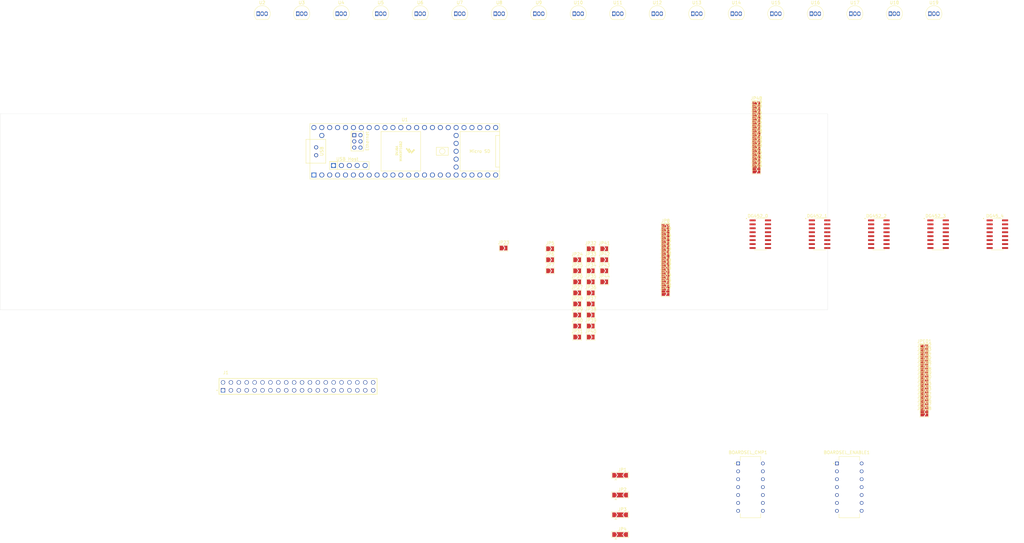
<source format=kicad_pcb>
(kicad_pcb (version 20240108) (generator "pcbnew") (generator_version "8.0")
  (layers (0 "F.Cu" signal) (31 "B.Cu" signal) (34 "B.Paste" user) (35 "F.Paste" user) (36 "B.SilkS" user "B.Silkscreen") (37 "F.SilkS" user "F.Silkscreen") (38 "B.Mask" user) (39 "F.Mask" user) (44 "Edge.Cuts" user))
  (net 0 "")
  (net 1 "Net-(BOARDSEL_CMP1-2Y)")
  (net 2 "Net-(BOARDSEL_CMP1-3B)")
  (net 3 "Net-(BOARDSEL_CMP1-4A)")
  (net 4 "Net-(BOARDSEL_CMP1-2A)")
  (net 5 "Net-(BOARDSEL_CMP1-4B)")
  (net 6 "Net-(BOARDSEL_CMP1-1A)")
  (net 7 "Net-(BOARDSEL_CMP1-4Y)")
  (net 8 "Net-(BOARDSEL_CMP1-3Y)")
  (net 9 "Net-(BOARDSEL_CMP1-1Y)")
  (net 10 "Net-(BOARDSEL_CMP1-1B)")
  (net 11 "Net-(BOARDSEL_CMP1-2B)")
  (net 12 "GND")
  (net 13 "Net-(BOARDSEL_CMP1-VCC)")
  (net 14 "Net-(BOARDSEL_CMP1-3A)")
  (net 15 "Net-(BOARDSEL_ENABLE1-1Y)")
  (net 21 "Net-(DG45_4-S_4)")
  (net 22 "Net-(DG45_4-S_1)")
  (net 25 "Net-(DG45_4-D_4)")
  (net 26 "Net-(DG45_4-D_1)")
  (net 29 "Net-(DG452_0-D_1)")
  (net 30 "Net-(DG452_0-D_2)")
  (net 31 "Net-(DG452_0-D_3)")
  (net 32 "Net-(DG452_0-D_4)")
  (net 33 "Net-(DG452_0-S_3)")
  (net 34 "Net-(DG452_0-S_4)")
  (net 35 "Net-(DG452_0-S_1)")
  (net 36 "Net-(DG452_0-S_2)")
  (net 37 "Net-(DG452_1-D_1)")
  (net 38 "Net-(DG452_1-D_2)")
  (net 39 "Net-(DG452_1-S_3)")
  (net 40 "Net-(DG452_1-D_4)")
  (net 41 "Net-(DG452_1-S_1)")
  (net 42 "Net-(DG452_1-S_2)")
  (net 43 "Net-(DG452_1-S_4)")
  (net 44 "Net-(DG452_1-D_3)")
  (net 45 "Net-(DG452_2-S_4)")
  (net 46 "Net-(DG452_2-D_3)")
  (net 47 "Net-(DG452_2-S_3)")
  (net 48 "Net-(DG452_2-S_2)")
  (net 49 "Net-(DG452_2-D_4)")
  (net 50 "Net-(DG452_2-S_1)")
  (net 51 "Net-(DG452_2-D_1)")
  (net 52 "Net-(DG452_2-D_2)")
  (net 53 "Net-(DG452_3-D_2)")
  (net 54 "Net-(DG452_3-S_2)")
  (net 55 "Net-(DG452_3-D_1)")
  (net 56 "Net-(DG452_3-S_3)")
  (net 57 "Net-(DG452_3-S_4)")
  (net 58 "Net-(DG452_3-D_3)")
  (net 59 "Net-(DG452_3-D_4)")
  (net 60 "Net-(DG452_3-S_1)")
  (net 61 "Net-(JP13-A)")
  (net 62 "Net-(JP18-A)")
  (net 68 "Net-(JP19-A)")
  (net 69 "Net-(JP22-A)")
  (net 71 "Net-(JP17-A)")
  (net 72 "Net-(JP27-A)")
  (net 73 "Net-(JP12-A)")
  (net 77 "Net-(JP15-A)")
  (net 78 "Net-(JP21-A)")
  (net 79 "Net-(JP20-A)")
  (net 80 "Net-(JP43-A)")
  (net 82 "Net-(JP11-A)")
  (net 84 "Net-(JP14-A)")
  (net 86 "Net-(JP41-A)")
  (net 87 "Net-(JP23-A)")
  (net 89 "Net-(JP16-A)")
  (net 90 "Net-(JP10-A)")
  (net 92 "Net-(JP44-A)")
  (net 94 "Net-(JP42-A)")
  (net 101 "Net-(JP65-A)")
  (net 102 "Net-(JP64-A)")
  (net 103 "Net-(JP10-B)")
  (net 104 "Net-(JP11-B)")
  (net 105 "Net-(JP12-B)")
  (net 106 "Net-(JP13-B)")
  (net 107 "Net-(JP14-B)")
  (net 108 "Net-(JP15-B)")
  (net 109 "Net-(JP16-B)")
  (net 110 "Net-(JP17-B)")
  (net 111 "Net-(JP18-B)")
  (net 112 "Net-(JP19-B)")
  (net 113 "Net-(JP20-B)")
  (net 114 "Net-(JP21-B)")
  (net 115 "Net-(JP22-B)")
  (net 116 "Net-(JP23-B)")
  (net 123 "Net-(JP45-B)")
  (net 124 "Net-(JP46-B)")
  (net 125 "Net-(JP47-B)")
  (net 168 "Net-(JP9-A)")
  (net 169 "Net-(JP46-A)")
  (net 170 "Net-(JP8-A)")
  (net 171 "Net-(JP47-A)")
  (net 172 "Net-(JP45-A)")
  (footprint "Jumper:SolderJumper-2_P1.3mm_Open_TrianglePad1.0x1.5mm" (layer "F.Cu") (at 131.615 111.185)
    (property "Reference" "JP26")
    (property "Value" "SolderJumper_2_Open")
  )
  (footprint "Package_TO_SOT_THT:TO-92_Inline" (layer "F.Cu") (at 206.9 25)
    (property "Reference" "U16")
    (property "Value" "DRV5055A1xLPGxQ1")
  )
  (footprint "Jumper:SolderJumper-2_P1.3mm_Open_TrianglePad1.0x1.5mm" (layer "F.Cu") (at 135.965 111.185)
    (property "Reference" "JP35")
    (property "Value" "SolderJumper_2_Open")
  )
  (footprint "Jumper:SolderJumper-2_P1.3mm_Open_TrianglePad1.0x1.5mm" (layer "F.Cu") (at 243.205 132.08)
    (property "Reference" "JPE01")
    (property "Value" "SolderJumper_2_Open")
  )
  (footprint "mine:DIP794W45P254L1969H508Q14" (layer "F.Cu") (at 219.075 177.165)
    (property "Reference" "BOARDSEL_ENABLE1")
    (property "Value" "SN74HCT21N")
  )
  (footprint "Jumper:SolderJumper-2_P1.3mm_Open_TrianglePad1.0x1.5mm" (layer "F.Cu") (at 243.205 149.86)
    (property "Reference" "JPE15")
    (property "Value" "SolderJumper_2_Open")
  )
  (footprint "mine:SOIC127P600X175-16N" (layer "F.Cu") (at 190.475 95.865)
    (property "Reference" "DG452_0")
    (property "Value" "~")
  )
  (footprint "Jumper:SolderJumper-2_P1.3mm_Open_TrianglePad1.0x1.5mm" (layer "F.Cu") (at 243.205 147.32)
    (property "Reference" "JPE13")
    (property "Value" "SolderJumper_2_Open")
  )
  (footprint "Jumper:SolderJumper-2_P1.3mm_Open_TrianglePad1.0x1.5mm" (layer "F.Cu") (at 122.915 104.085)
    (property "Reference" "JP6")
    (property "Value" "SolderJumper_2_Open")
  )
  (footprint "Package_TO_SOT_THT:TO-92_Inline" (layer "F.Cu") (at 168.795 25)
    (property "Reference" "U13")
    (property "Value" "DRV5055A1xLPGxQ1")
  )
  (footprint "Jumper:SolderJumper-2_P1.3mm_Open_TrianglePad1.0x1.5mm" (layer "F.Cu") (at 160.02 108.585)
    (property "Reference" "JP20")
    (property "Value" "SolderJumper_2_Open")
  )
  (footprint "Jumper:SolderJumper-2_P1.3mm_Open_TrianglePad1.0x1.5mm" (layer "F.Cu") (at 189.23 59.055)
    (property "Reference" "JP52")
    (property "Value" "SolderJumper_2_Open")
  )
  (footprint "Jumper:SolderJumper-2_P1.3mm_Open_TrianglePad1.0x1.5mm" (layer "F.Cu") (at 131.615 107.635)
    (property "Reference" "JP25")
    (property "Value" "SolderJumper_2_Open")
  )
  (footprint "Jumper:SolderJumper-2_P1.3mm_Open_TrianglePad1.0x1.5mm" (layer "F.Cu") (at 243.205 135.885)
    (property "Reference" "JPE04")
    (property "Value" "SolderJumper_2_Open")
  )
  (footprint "Jumper:SolderJumper-2_P1.3mm_Open_TrianglePad1.0x1.5mm" (layer "F.Cu") (at 160.02 113.665)
    (property "Reference" "JP46")
    (property "Value" "SolderJumper_2_Open")
  )
  (footprint "Package_TO_SOT_THT:TO-92_Inline" (layer "F.Cu") (at 194.2 25)
    (property "Reference" "U15")
    (property "Value" "DRV5055A1xLPGxQ1")
  )
  (footprint "Package_TO_SOT_THT:TO-92_Inline" (layer "F.Cu") (at 118 25)
    (property "Reference" "U9")
    (property "Value" "DRV5055A1xLPGxQ1")
  )
  (footprint "Jumper:SolderJumper-2_P1.3mm_Open_TrianglePad1.0x1.5mm" (layer "F.Cu") (at 243.205 153.665)
    (property "Reference" "JPE18")
    (property "Value" "SolderJumper_2_Open")
  )
  (footprint "Jumper:SolderJumper-2_P1.3mm_Open_TrianglePad1.0x1.5mm" (layer "F.Cu") (at 131.615 121.835)
    (property "Reference" "JP29")
    (property "Value" "SolderJumper_2_Open")
  )
  (footprint "Jumper:SolderJumper-2_P1.3mm_Open_TrianglePad1.0x1.5mm" (layer "F.Cu") (at 189.23 60.325)
    (property "Reference" "JP53")
    (property "Value" "SolderJumper_2_Open")
  )
  (footprint "mine:SOIC127P600X175-16N" (layer "F.Cu") (at 228.575 95.865)
    (property "Reference" "DG452_2")
    (property "Value" "~")
  )
  (footprint "mine:SOIC127P600X175-16N" (layer "F.Cu") (at 247.625 95.865)
    (property "Reference" "DG452_3")
    (property "Value" "~")
  )
  (footprint "Jumper:SolderJumper-2_P1.3mm_Open_TrianglePad1.0x1.5mm" (layer "F.Cu") (at 122.915 107.635)
    (property "Reference" "JP7")
    (property "Value" "SolderJumper_2_Open")
  )
  (footprint "Package_TO_SOT_THT:TO-92_Inline" (layer "F.Cu") (at 245 25)
    (property "Reference" "U19")
    (property "Value" "DRV5055A1xLPGxQ1")
  )
  (footprint "Jumper:SolderJumper-3_P2.0mm_Open_TrianglePad1.0x1.5mm" (layer "F.Cu") (at 145.415 179.705)
    (property "Reference" "JP2")
    (property "Value" "Jumper_3_Open")
  )
  (footprint "Package_TO_SOT_THT:TO-92_Inline" (layer "F.Cu") (at 130.7 25)
    (property "Reference" "U10")
    (property "Value" "DRV5055A1xLPGxQ1")
  )
  (footprint "Jumper:SolderJumper-2_P1.3mm_Open_TrianglePad1.0x1.5mm" (layer "F.Cu") (at 131.615 128.935)
    (property "Reference" "JP31")
    (property "Value" "SolderJumper_2_Open")
  )
  (footprint "Jumper:SolderJumper-2_P1.3mm_Open_TrianglePad1.0x1.5mm" (layer "F.Cu") (at 131.615 118.285)
    (property "Reference" "JP28")
    (property "Value" "SolderJumper_2_Open")
  )
  (footprint "Jumper:SolderJumper-2_P1.3mm_Open_TrianglePad1.0x1.5mm" (layer "F.Cu") (at 160.02 103.505)
    (property "Reference" "JP16")
    (property "Value" "SolderJumper_2_Open")
  )
  (footprint "Jumper:SolderJumper-2_P1.3mm_Open_TrianglePad1.0x1.5mm" (layer "F.Cu") (at 135.965 114.735)
    (property "Reference" "JP36")
    (property "Value" "SolderJumper_2_Open")
  )
  (footprint "Jumper:SolderJumper-2_P1.3mm_Open_TrianglePad1.0x1.5mm" (layer "F.Cu") (at 160.02 114.935)
    (property "Reference" "JP47")
    (property "Value" "SolderJumper_2_Open")
  )
  (footprint "Jumper:SolderJumper-3_P2.0mm_Open_TrianglePad1.0x1.5mm" (layer "F.Cu") (at 145.415 192.405)
    (property "Reference" "JP4")
    (property "Value" "Jumper_3_Open")
  )
  (footprint "Jumper:SolderJumper-2_P1.3mm_Open_TrianglePad1.0x1.5mm" (layer "F.Cu") (at 140.315 107.635)
    (property "Reference" "JP43")
    (property "Value" "SolderJumper_2_Open")
  )
  (footprint "Jumper:SolderJumper-2_P1.3mm_Open_TrianglePad1.0x1.5mm" (layer "F.Cu") (at 140.315 100.535)
    (property "Reference" "JP41")
    (property "Value" "SolderJumper_2_Open")
  )
  (footprint "mine:SOIC127P600X175-16N" (layer "F.Cu") (at 266.675 95.865)
    (property "Reference" "DG45_4")
    (property "Value" "~")
  )
  (footprint "Jumper:SolderJumper-2_P1.3mm_Open_TrianglePad1.0x1.5mm" (layer "F.Cu") (at 160.02 99.695)
    (property "Reference" "JP13")
    (property "Value" "SolderJumper_2_Open")
  )
  (footprint "Jumper:SolderJumper-2_P1.3mm_Open_TrianglePad1.0x1.5mm" (layer "F.Cu") (at 135.965 104.085)
    (property "Reference" "JP33")
    (property "Value" "SolderJumper_2_Open")
  )
  (footprint "Jumper:SolderJumper-2_P1.3mm_Open_TrianglePad1.0x1.5mm" (layer "F.Cu") (at 243.205 138.43)
    (property "Reference" "JPE06")
    (property "Value" "SolderJumper_2_Open")
  )
  (footprint "Package_TO_SOT_THT:TO-92_Inline" (layer "F.Cu") (at 92.6 25)
    (property "Reference" "U7")
    (property "Value" "DRV5055A1xLPGxQ1")
  )
  (footprint "Jumper:SolderJumper-2_P1.3mm_Open_TrianglePad1.0x1.5mm" (layer "F.Cu") (at 160.02 102.235)
    (property "Reference" "JP15")
    (property "Value" "SolderJumper_2_Open")
  )
  (footprint "Jumper:SolderJumper-2_P1.3mm_Open_TrianglePad1.0x1.5mm" (layer "F.Cu") (at 243.205 140.97)
    (property "Reference" "JPE08")
    (property "Value" "SolderJumper_2_Open")
  )
  (footprint "Package_TO_SOT_THT:TO-92_Inline" (layer "F.Cu") (at 143.4 25)
    (property "Reference" "U11")
    (property "Value" "DRV5055A1xLPGxQ1")
  )
  (footprint "Jumper:SolderJumper-3_P2.0mm_Open_TrianglePad1.0x1.5mm" (layer "F.Cu") (at 145.415 173.355)
    (property "Reference" "JP1")
    (property "Value" "Jumper_3_Open")
  )
  (footprint "Jumper:SolderJumper-2_P1.3mm_Open_TrianglePad1.0x1.5mm" (layer "F.Cu") (at 243.205 146.05)
    (property "Reference" "JPE12")
    (property "Value" "SolderJumper_2_Open")
  )
  (footprint "Jumper:SolderJumper-2_P1.3mm_Open_TrianglePad1.0x1.5mm" (layer "F.Cu") (at 160.02 112.395)
    (property "Reference" "JP45")
    (property "Value" "SolderJumper_2_Open")
  )
  (footprint "Package_TO_SOT_THT:TO-92_Inline" (layer "F.Cu") (at 105.295 25)
    (property "Reference" "U8")
    (property "Value" "DRV5055A1xLPGxQ1")
  )
  (footprint "Package_TO_SOT_THT:TO-92_Inline" (layer "F.Cu") (at 79.9 25)
    (property "Reference" "U6")
    (property "Value" "DRV5055A1xLPGxQ1")
  )
  (footprint "Jumper:SolderJumper-2_P1.3mm_Open_TrianglePad1.0x1.5mm" (layer "F.Cu") (at 189.23 55.245)
    (property "Reference" "JP49")
    (property "Value" "SolderJumper_2_Open")
  )
  (footprint "Jumper:SolderJumper-2_P1.3mm_Open_TrianglePad1.0x1.5mm" (layer "F.Cu") (at 189.23 70.485)
    (property "Reference" "JP61")
    (property "Value" "SolderJumper_2_Open")
  )
  (footprint "Jumper:SolderJumper-2_P1.3mm_Open_TrianglePad1.0x1.5mm" (layer "F.Cu") (at 189.23 67.94)
    (property "Reference" "JP59")
    (property "Value" "SolderJumper_2_Open")
  )
  (footprint "Jumper:SolderJumper-2_P1.3mm_Open_TrianglePad1.0x1.5mm" (layer "F.Cu") (at 189.23 65.405)
    (property "Reference" "JP57")
    (property "Value" "SolderJumper_2_Open")
  )
  (footprint "Jumper:SolderJumper-2_P1.3mm_Open_TrianglePad1.0x1.5mm" (layer "F.Cu") (at 189.23 69.215)
    (property "Reference" "JP60")
    (property "Value" "SolderJumper_2_Open")
  )
  (footprint "Jumper:SolderJumper-2_P1.3mm_Open_TrianglePad1.0x1.5mm" (layer "F.Cu") (at 160.02 104.775)
    (property "Reference" "JP17")
    (property "Value" "SolderJumper_2_Open")
  )
  (footprint "Jumper:SolderJumper-2_P1.3mm_Open_TrianglePad1.0x1.5mm" (layer "F.Cu") (at 243.205 148.59)
    (property "Reference" "JPE14")
    (property "Value" "SolderJumper_2_Open")
  )
  (footprint "Jumper:SolderJumper-2_P1.3mm_Open_TrianglePad1.0x1.5mm" (layer "F.Cu") (at 243.205 151.13)
    (property "Reference" "JPE16")
    (property "Value" "SolderJumper_2_Open")
  )
  (footprint "Jumper:SolderJumper-2_P1.3mm_Open_TrianglePad1.0x1.5mm" (layer "F.Cu") (at 189.23 61.595)
    (property "Reference" "JP54")
    (property "Value" "SolderJumper_2_Open")
  )
  (footprint "Jumper:SolderJumper-2_P1.3mm_Open_TrianglePad1.0x1.5mm" (layer "F.Cu") (at 160.02 109.855)
    (property "Reference" "JP21")
    (property "Value" "SolderJumper_2_Open")
  )
  (footprint "Package_TO_SOT_THT:TO-92_Inline" (layer "F.Cu") (at 219.6 25)
    (property "Reference" "U17")
    (property "Value" "DRV5055A1xLPGxQ1")
  )
  (footprint "Jumper:SolderJumper-2_P1.3mm_Open_TrianglePad1.0x1.5mm" (layer "F.Cu") (at 122.915 100.535)
    (property "Reference" "JP5")
    (property "Value" "SolderJumper_2_Open")
  )
  (footprint "Jumper:SolderJumper-2_P1.3mm_Open_TrianglePad1.0x1.5mm" (layer "F.Cu") (at 243.205 134.62)
    (property "Reference" "JPE03")
    (property "Value" "SolderJumper_2_Open")
  )
  (footprint "Jumper:SolderJumper-2_P1.3mm_Open_TrianglePad1.0x1.5mm" (layer "F.Cu") (at 243.205 133.35)
    (property "Reference" "JPE02")
    (property "Value" "SolderJumper_2_Open")
  )
  (footprint "Jumper:SolderJumper-2_P1.3mm_Open_TrianglePad1.0x1.5mm" (layer "F.Cu") (at 160.02 107.315)
    (property "Reference" "JP19")
    (property "Value" "SolderJumper_2_Open")
  )
  (footprint "Package_TO_SOT_THT:TO-92_Inline" (layer "F.Cu") (at 232.3 25)
    (property "Reference" "U18")
    (property "Value" "DRV5055A1xLPGxQ1")
  )
  (footprint "Jumper:SolderJumper-2_P1.3mm_Open_TrianglePad1.0x1.5mm" (layer "F.Cu") (at 243.205 142.24)
    (property "Reference" "JPE09")
    (property "Value" "SolderJumper_2_Open")
  )
  (footprint "Jumper:SolderJumper-2_P1.3mm_Open_TrianglePad1.0x1.5mm" (layer "F.Cu") (at 189.23 74.295)
    (property "Reference" "JP64")
    (property "Value" "SolderJumper_2_Open")
  )
  (footprint "Jumper:SolderJumper-2_P1.3mm_Open_TrianglePad1.0x1.5mm" (layer "F.Cu") (at 107.95 100.33)
    (property "Reference" "JP23")
    (property "Value" "5v IN from control rail")
  )
  (footprint "Jumper:SolderJumper-2_P1.3mm_Open_TrianglePad1.0x1.5mm" (layer "F.Cu") (at 189.23 66.675)
    (property "Reference" "JP58")
    (property "Value" "SolderJumper_2_Open")
  )
  (footprint "Package_TO_SOT_THT:TO-92_Inline" (layer "F.Cu") (at 156.1 25)
    (property "Reference" "U12")
    (property "Value" "DRV5055A1xLPGxQ1")
  )
  (footprint "Jumper:SolderJumper-2_P1.3mm_Open_TrianglePad1.0x1.5mm" (layer "F.Cu") (at 243.205 139.695)
    (property "Reference" "JPE07")
    (property "Value" "SolderJumper_2_Open")
  )
  (footprint "Jumper:SolderJumper-2_P1.3mm_Open_TrianglePad1.0x1.5mm" (layer "F.Cu") (at 160.02 100.965)
    (property "Reference" "JP14")
    (property "Value" "SolderJumper_2_Open")
  )
  (footprint "Package_TO_SOT_THT:TO-92_Inline" (layer "F.Cu") (at 41.8 25)
    (property "Reference" "U3")
    (property "Value" "DRV5055A1xLPGxQ1")
  )
  (footprint "Jumper:SolderJumper-2_P1.3mm_Open_TrianglePad1.0x1.5mm" (layer "F.Cu") (at 160.02 97.155)
    (property "Reference" "JP11")
    (property "Value" "SolderJumper_2_Open")
  )
  (footprint "Jumper:SolderJumper-2_P1.3mm_Open_TrianglePad1.0x1.5mm" (layer "F.Cu") (at 243.205 137.16)
    (property "Reference" "JPE05")
    (property "Value" "SolderJumper_2_Open")
  )
  (footprint "Package_TO_SOT_THT:TO-92_Inline" (layer "F.Cu") (at 67.2 25)
    (property "Reference" "U5")
    (property "Value" "DRV5055A1xLPGxQ1")
  )
  (footprint "Jumper:SolderJumper-2_P1.3mm_Open_TrianglePad1.0x1.5mm" (layer "F.Cu") (at 131.615 125.385)
    (property "Reference" "JP30")
    (property "Value" "SolderJumper_2_Open")
  )
  (footprint "Jumper:SolderJumper-2_P1.3mm_Open_TrianglePad1.0x1.5mm" (layer "F.Cu") (at 131.615 114.735)
    (property "Reference" "JP27")
    (property "Value" "SolderJumper_2_Open")
  )
  (footprint "Jumper:SolderJumper-2_P1.3mm_Open_TrianglePad1.0x1.5mm" (layer "F.Cu") (at 189.23 57.785)
    (property "Reference" "JP51")
    (property "Value" "SolderJumper_2_Open")
  )
  (footprint "Jumper:SolderJumper-2_P1.3mm_Open_TrianglePad1.0x1.5mm" (layer "F.Cu") (at 135.965 100.535)
    (property "Reference" "JP32")
    (property "Value" "SolderJumper_2_Open")
  )
  (footprint "Jumper:SolderJumper-2_P1.3mm_Open_TrianglePad1.0x1.5mm" (layer "F.Cu") (at 243.205 144.78)
    (property "Reference" "JPE11")
    (property "Value" "SolderJumper_2_Open")
  )
  (footprint "Jumper:SolderJumper-2_P1.3mm_Open_TrianglePad1.0x1.5mm" (layer "F.Cu") (at 160.02 94.615)
    (property "Reference" "JP9")
    (property "Value" "SolderJumper_2_Open")
  )
  (footprint "Jumper:SolderJumper-2_P1.3mm_Open_TrianglePad1.0x1.5mm" (layer "F.Cu") (at 189.23 56.515)
    (property "Reference" "JP50")
    (property "Value" "SolderJumper_2_Open")
  )
  (footprint "Jumper:SolderJumper-2_P1.3mm_Open_TrianglePad1.0x1.5mm" (layer "F.Cu") (at 160.02 111.125)
    (property "Reference" "JP22")
    (property "Value" "SolderJumper_2_Open")
  )
  (footprint "Jumper:SolderJumper-3_P2.0mm_Open_TrianglePad1.0x1.5mm" (layer "F.Cu") (at 145.415 186.055)
    (property "Reference" "JP3")
    (property "Value" "Jumper_3_Open")
  )
  (footprint "Jumper:SolderJumper-2_P1.3mm_Open_TrianglePad1.0x1.5mm" (layer "F.Cu") (at 243.205 143.51)
    (property "Reference" "JPE10")
    (property "Value" "SolderJumper_2_Open")
  )
  (footprint "Jumper:SolderJumper-2_P1.3mm_Open_TrianglePad1.0x1.5mm" (layer "F.Cu") (at 189.23 62.865)
    (property "Reference" "JP55")
    (property "Value" "SolderJumper_2_Open")
  )
  (footprint "mine:SOIC127P600X175-16N" (layer "F.Cu") (at 209.52 95.865)
    (property "Reference" "DG452_1")
    (property "Value" "~")
  )
  (footprint "Jumper:SolderJumper-2_P1.3mm_Open_TrianglePad1.0x1.5mm" (layer "F.Cu") (at 189.23 75.565)
    (property "Reference" "JP65")
    (property "Value" "SolderJumper_2_Open")
  )
  (footprint "Jumper:SolderJumper-2_P1.3mm_Open_TrianglePad1.0x1.5mm" (layer "F.Cu") (at 189.23 73.025)
    (property "Reference" "JP63")
    (property "Value" "SolderJumper_2_Open")
  )
  (footprint "Jumper:SolderJumper-2_P1.3mm_Open_TrianglePad1.0x1.5mm" (layer "F.Cu") (at 135.965 128.935)
    (property "Reference" "JP40")
    (property "Value" "SolderJumper_2_Open")
  )
  (footprint "Jumper:SolderJumper-2_P1.3mm_Open_TrianglePad1.0x1.5mm" (layer "F.Cu") (at 160.02 106.045)
    (property "Reference" "JP18")
    (property "Value" "SolderJumper_2_Open")
  )
  (footprint "Jumper:SolderJumper-2_P1.3mm_Open_TrianglePad1.0x1.5mm" (layer "F.Cu") (at 140.315 104.085)
    (property "Reference" "JP42")
    (property "Value" "SolderJumper_2_Open")
  )
  (footprint "Package_TO_SOT_THT:TO-92_Inline" (layer "F.Cu") (at 29.1 25)
    (property "Reference" "U2")
    (property "Value" "DRV5055A1xLPGxQ1")
  )
  (footprint "Jumper:SolderJumper-2_P1.3mm_Open_TrianglePad1.0x1.5mm" (layer "F.Cu") (at 189.23 53.975)
    (property "Reference" "JP48")
    (property "Value" "SolderJumper_2_Open")
  )
  (footprint "mine:SAMTEC_TSW-120-20-S-D-LL" (layer "F.Cu") (at 41.91 144.78)
    (property "Reference" "J1")
    (property "Value" "TSW-120-20-S-D-LL")
  )
  (footprint "teensy:Teensy41" (layer "F.Cu") (at 76.2 69.215)
    (property "Reference" "U1")
    (property "Value" "Teensy4.1")
  )
  (footprint "Jumper:SolderJumper-2_P1.3mm_Open_TrianglePad1.0x1.5mm" (layer "F.Cu") (at 160.02 93.345)
    (property "Reference" "JP8")
    (property "Value" "SolderJumper_2_Open")
  )
  (footprint "Jumper:SolderJumper-2_P1.3mm_Open_TrianglePad1.0x1.5mm" (layer "F.Cu") (at 131.615 104.085)
    (property "Reference" "JP24")
    (property "Value" "SolderJumper_2_Open")
  )
  (footprint "mine:DIP794W45P254L1969H508Q14" (layer "F.Cu") (at 187.325 177.165)
    (property "Reference" "BOARDSEL_CMP1")
    (property "Value" "SN74HCT266N")
  )
  (footprint "Jumper:SolderJumper-2_P1.3mm_Open_TrianglePad1.0x1.5mm" (layer "F.Cu") (at 160.02 95.885)
    (property "Reference" "JP10")
    (property "Value" "SolderJumper_2_Open")
  )
  (footprint "Package_TO_SOT_THT:TO-92_Inline" (layer "F.Cu") (at 181.5 25)
    (property "Reference" "U14")
    (property "Value" "DRV5055A1xLPGxQ1")
  )
  (footprint "Jumper:SolderJumper-2_P1.3mm_Open_TrianglePad1.0x1.5mm" (layer "F.Cu") (at 140.315 111.185)
    (property "Reference" "JP44")
    (property "Value" "SolderJumper_2_Open")
  )
  (footprint "Jumper:SolderJumper-2_P1.3mm_Open_TrianglePad1.0x1.5mm" (layer "F.Cu") (at 135.965 118.285)
    (property "Reference" "JP37")
    (property "Value" "SolderJumper_2_Open")
  )
  (footprint "Jumper:SolderJumper-2_P1.3mm_Open_TrianglePad1.0x1.5mm" (layer "F.Cu") (at 189.23 64.135)
    (property "Reference" "JP56")
    (property "Value" "SolderJumper_2_Open")
  )
  (footprint "Jumper:SolderJumper-2_P1.3mm_Open_TrianglePad1.0x1.5mm" (layer "F.Cu") (at 160.02 98.425)
    (property "Reference" "JP12")
    (property "Value" "SolderJumper_2_Open")
  )
  (footprint "Jumper:SolderJumper-2_P1.3mm_Open_TrianglePad1.0x1.5mm" (layer "F.Cu") (at 135.965 125.385)
    (property "Reference" "JP39")
    (property "Value" "SolderJumper_2_Open")
  )
  (footprint "Jumper:SolderJumper-2_P1.3mm_Open_TrianglePad1.0x1.5mm" (layer "F.Cu") (at 135.965 107.635)
    (property "Reference" "JP34")
    (property "Value" "SolderJumper_2_Open")
  )
  (footprint "Jumper:SolderJumper-2_P1.3mm_Open_TrianglePad1.0x1.5mm" (layer "F.Cu") (at 189.23 71.755)
    (property "Reference" "JP62")
    (property "Value" "SolderJumper_2_Open")
  )
  (footprint "Package_TO_SOT_THT:TO-92_Inline" (layer "F.Cu") (at 54.5 25)
    (property "Reference" "U4")
    (property "Value" "DRV5055A1xLPGxQ1")
  )
  (footprint "Jumper:SolderJumper-2_P1.3mm_Open_TrianglePad1.0x1.5mm" (layer "F.Cu") (at 135.965 121.835)
    (property "Reference" "JP38")
    (property "Value" "SolderJumper_2_Open")
  )
  (footprint "Jumper:SolderJumper-2_P1.3mm_Open_TrianglePad1.0x1.5mm" (layer "F.Cu") (at 243.205 152.4)
    (property "Reference" "JPE17")
    (property "Value" "SolderJumper_2_Open")
  )
  (gr_rect (start -53.875 57.18) (end 212.125 120.18) (stroke (width 0.05)) (fill none) (layer "Edge.Cuts"))
)
</source>
